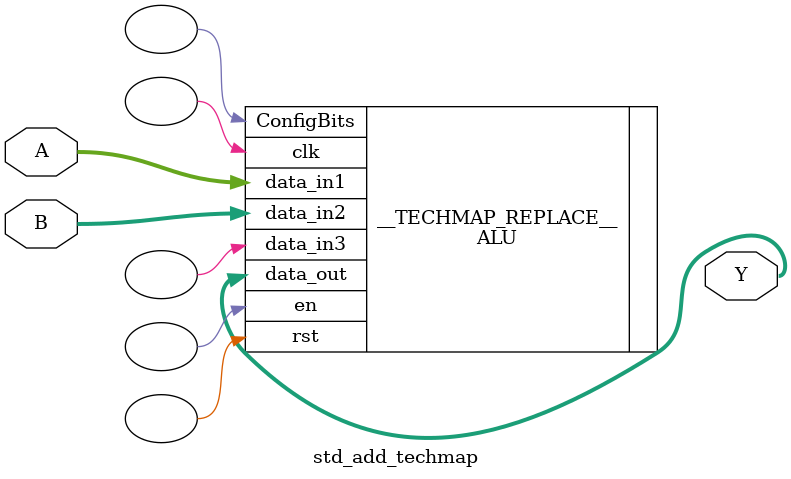
<source format=v>
(* techmap_celltype = "$add" *)
module std_add_techmap #(
    parameter WIDTH = 32
) (
    input [31:0] A,
    input [31:0] B,
    output [31:0] Y
);
    generate
        ALU #(
            .NoConfigBits(3)
        ) __TECHMAP_REPLACE__ (
            .rst(),
            .en(),
            .clk(),
            .data_in1(A),
            .data_in2(B),
            .data_in3(),
            .data_out(Y),
            .ConfigBits()
        );
    endgenerate
endmodule

</source>
